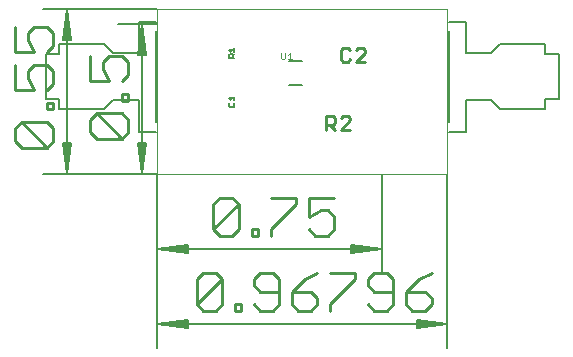
<source format=gto>
G75*
G70*
%OFA0B0*%
%FSLAX24Y24*%
%IPPOS*%
%LPD*%
%AMOC8*
5,1,8,0,0,1.08239X$1,22.5*
%
%ADD10C,0.0000*%
%ADD11C,0.0051*%
%ADD12C,0.0110*%
%ADD13C,0.0080*%
%ADD14C,0.0020*%
%ADD15C,0.0050*%
%ADD16C,0.0100*%
D10*
X005331Y005913D02*
X005331Y011408D01*
X015011Y011408D01*
X015011Y005913D01*
X005331Y005913D01*
X005331Y006963D02*
X005331Y011363D01*
X015018Y011363D02*
X015018Y006963D01*
D11*
X005331Y005913D02*
X005331Y000126D01*
X005331Y000913D02*
X006355Y000787D01*
X006355Y001039D01*
X005331Y000913D01*
X006355Y000811D01*
X006355Y000862D02*
X005331Y000913D01*
X006355Y001015D01*
X006355Y000964D02*
X005331Y000913D01*
X015011Y000913D01*
X013987Y000811D01*
X013987Y000787D02*
X015011Y000913D01*
X013987Y001015D01*
X013987Y001039D02*
X013987Y000787D01*
X013987Y000862D02*
X015011Y000913D01*
X013987Y000964D01*
X013987Y001039D02*
X015011Y000913D01*
X015011Y000126D02*
X015011Y005913D01*
X012831Y005913D02*
X012831Y002626D01*
X012831Y003413D02*
X011807Y003311D01*
X011807Y003287D02*
X012831Y003413D01*
X011807Y003515D01*
X011807Y003539D02*
X011807Y003287D01*
X011807Y003362D02*
X012831Y003413D01*
X011807Y003464D01*
X011807Y003539D02*
X012831Y003413D01*
X005331Y003413D01*
X006355Y003311D01*
X006355Y003287D02*
X005331Y003413D01*
X006355Y003515D01*
X006355Y003539D02*
X006355Y003287D01*
X006355Y003362D02*
X005331Y003413D01*
X006355Y003464D01*
X006355Y003539D02*
X005331Y003413D01*
X005331Y002626D02*
X005331Y005913D01*
X001544Y005913D01*
X002331Y005913D02*
X002433Y006937D01*
X002457Y006937D02*
X002205Y006937D01*
X002331Y005913D01*
X002229Y006937D01*
X002280Y006937D02*
X002331Y005913D01*
X002382Y006937D01*
X002457Y006937D02*
X002331Y005913D01*
X002331Y011413D01*
X002433Y010389D01*
X002457Y010389D02*
X002205Y010389D01*
X002331Y011413D01*
X002229Y010389D01*
X002280Y010389D02*
X002331Y011413D01*
X002382Y010389D01*
X002457Y010389D02*
X002331Y011413D01*
X001544Y011413D02*
X005331Y011413D01*
X005331Y010913D02*
X004044Y010913D01*
X004831Y010913D02*
X004933Y009889D01*
X004957Y009889D02*
X004831Y010913D01*
X004729Y009889D01*
X004705Y009889D02*
X004957Y009889D01*
X004882Y009889D02*
X004831Y010913D01*
X004780Y009889D01*
X004705Y009889D02*
X004831Y010913D01*
X004831Y005913D01*
X004933Y006937D01*
X004957Y006937D02*
X004831Y005913D01*
X004729Y006937D01*
X004705Y006937D02*
X004957Y006937D01*
X004882Y006937D02*
X004831Y005913D01*
X004780Y006937D01*
X004705Y006937D02*
X004831Y005913D01*
X005331Y005913D02*
X004044Y005913D01*
D12*
X004171Y007097D02*
X003325Y007097D01*
X003113Y007309D01*
X003113Y007732D01*
X003325Y007944D01*
X004171Y007097D01*
X004382Y007309D01*
X004382Y007732D01*
X004171Y007944D01*
X003325Y007944D01*
X004171Y008366D02*
X004171Y008578D01*
X004382Y008578D01*
X004382Y008366D01*
X004171Y008366D01*
X004171Y009001D02*
X004382Y009212D01*
X004382Y009635D01*
X004171Y009847D01*
X003748Y009847D01*
X003536Y009635D01*
X003536Y009424D01*
X003748Y009001D01*
X003113Y009001D01*
X003113Y009847D01*
X001882Y010183D02*
X001671Y009971D01*
X001882Y010183D02*
X001882Y010606D01*
X001671Y010817D01*
X001248Y010817D01*
X001036Y010606D01*
X001036Y010394D01*
X001248Y009971D01*
X000613Y009971D01*
X000613Y010817D01*
X000613Y009549D02*
X000613Y008702D01*
X001248Y008702D01*
X001036Y009125D01*
X001036Y009337D01*
X001248Y009549D01*
X001671Y009549D01*
X001882Y009337D01*
X001882Y008914D01*
X001671Y008702D01*
X001671Y008280D02*
X001882Y008280D01*
X001882Y008068D01*
X001671Y008068D01*
X001671Y008280D01*
X001671Y007645D02*
X000825Y007645D01*
X001671Y006799D01*
X001882Y007011D01*
X001882Y007434D01*
X001671Y007645D01*
X000825Y007645D02*
X000613Y007434D01*
X000613Y007011D01*
X000825Y006799D01*
X001671Y006799D01*
X007217Y004919D02*
X007217Y004073D01*
X008063Y004919D01*
X008063Y004073D01*
X007852Y003862D01*
X007429Y003862D01*
X007217Y004073D01*
X008486Y004073D02*
X008486Y003862D01*
X008698Y003862D01*
X008698Y004073D01*
X008486Y004073D01*
X009120Y004073D02*
X009120Y003862D01*
X009120Y004073D02*
X009966Y004919D01*
X009966Y005131D01*
X009120Y005131D01*
X008063Y004919D02*
X007852Y005131D01*
X007429Y005131D01*
X007217Y004919D01*
X010389Y005131D02*
X010389Y004496D01*
X010812Y004708D01*
X011024Y004708D01*
X011235Y004496D01*
X011235Y004073D01*
X011024Y003862D01*
X010601Y003862D01*
X010389Y004073D01*
X010389Y005131D02*
X011235Y005131D01*
X011103Y002631D02*
X011949Y002631D01*
X011949Y002419D01*
X011103Y001573D01*
X011103Y001362D01*
X010680Y001573D02*
X010680Y001785D01*
X010469Y001996D01*
X009834Y001996D01*
X009834Y001573D01*
X010046Y001362D01*
X010469Y001362D01*
X010680Y001573D01*
X010257Y002419D02*
X009834Y001996D01*
X009412Y001996D02*
X008777Y001996D01*
X008566Y002208D01*
X008566Y002419D01*
X008777Y002631D01*
X009200Y002631D01*
X009412Y002419D01*
X009412Y001573D01*
X009200Y001362D01*
X008777Y001362D01*
X008566Y001573D01*
X008143Y001573D02*
X008143Y001362D01*
X007931Y001362D01*
X007931Y001573D01*
X008143Y001573D01*
X007508Y001573D02*
X007297Y001362D01*
X006874Y001362D01*
X006662Y001573D01*
X007508Y002419D01*
X007508Y001573D01*
X006662Y001573D02*
X006662Y002419D01*
X006874Y002631D01*
X007297Y002631D01*
X007508Y002419D01*
X010257Y002419D02*
X010680Y002631D01*
X012372Y002419D02*
X012372Y002208D01*
X012584Y001996D01*
X013218Y001996D01*
X013641Y001996D02*
X014275Y001996D01*
X014487Y001785D01*
X014487Y001573D01*
X014275Y001362D01*
X013852Y001362D01*
X013641Y001573D01*
X013641Y001996D01*
X014064Y002419D01*
X014487Y002631D01*
X013218Y002419D02*
X013007Y002631D01*
X012584Y002631D01*
X012372Y002419D01*
X013218Y002419D02*
X013218Y001573D01*
X013007Y001362D01*
X012584Y001362D01*
X012372Y001573D01*
D13*
X015058Y007332D02*
X015629Y007332D01*
X015629Y008376D01*
X016475Y008376D01*
X016770Y008080D01*
X018267Y008080D01*
X018267Y008415D01*
X018729Y008415D01*
X018729Y009911D01*
X018267Y009911D01*
X018267Y010246D01*
X016770Y010246D01*
X016475Y009950D01*
X015629Y009950D01*
X015629Y010994D01*
X015058Y010994D01*
X015058Y010679D02*
X015058Y007647D01*
X010173Y008894D02*
X009739Y008894D01*
X009739Y009682D02*
X010173Y009682D01*
X005292Y010679D02*
X005292Y007647D01*
X005292Y007332D02*
X004721Y007332D01*
X004721Y008376D01*
X003874Y008376D01*
X003579Y008080D01*
X002083Y008080D01*
X002083Y008415D01*
X001620Y008415D01*
X001620Y009911D01*
X002083Y009911D01*
X002083Y010246D01*
X003579Y010246D01*
X003874Y009950D01*
X004721Y009950D01*
X004721Y010994D01*
X005292Y010994D01*
D14*
X009470Y009964D02*
X009470Y009781D01*
X009507Y009744D01*
X009580Y009744D01*
X009617Y009781D01*
X009617Y009964D01*
X009691Y009891D02*
X009765Y009964D01*
X009765Y009744D01*
X009838Y009744D02*
X009691Y009744D01*
D15*
X007918Y009775D02*
X007728Y009775D01*
X007728Y009871D01*
X007760Y009902D01*
X007823Y009902D01*
X007855Y009871D01*
X007855Y009775D01*
X007855Y009839D02*
X007918Y009902D01*
X007918Y009996D02*
X007918Y010123D01*
X007918Y010060D02*
X007728Y010060D01*
X007792Y009996D01*
X007918Y008498D02*
X007918Y008371D01*
X007918Y008435D02*
X007728Y008435D01*
X007792Y008371D01*
X007760Y008277D02*
X007728Y008246D01*
X007728Y008182D01*
X007760Y008150D01*
X007887Y008150D01*
X007918Y008182D01*
X007918Y008246D01*
X007887Y008277D01*
D16*
X010968Y007851D02*
X010968Y007400D01*
X010968Y007551D02*
X011193Y007551D01*
X011268Y007626D01*
X011268Y007776D01*
X011193Y007851D01*
X010968Y007851D01*
X011475Y007776D02*
X011550Y007851D01*
X011700Y007851D01*
X011775Y007776D01*
X011775Y007701D01*
X011475Y007400D01*
X011775Y007400D01*
X011268Y007400D02*
X011118Y007551D01*
X011544Y009663D02*
X011694Y009663D01*
X011769Y009738D01*
X011975Y009663D02*
X012275Y009963D01*
X012275Y010038D01*
X012200Y010113D01*
X012050Y010113D01*
X011975Y010038D01*
X011769Y010038D02*
X011694Y010113D01*
X011544Y010113D01*
X011468Y010038D01*
X011468Y009738D01*
X011544Y009663D01*
X011975Y009663D02*
X012275Y009663D01*
M02*

</source>
